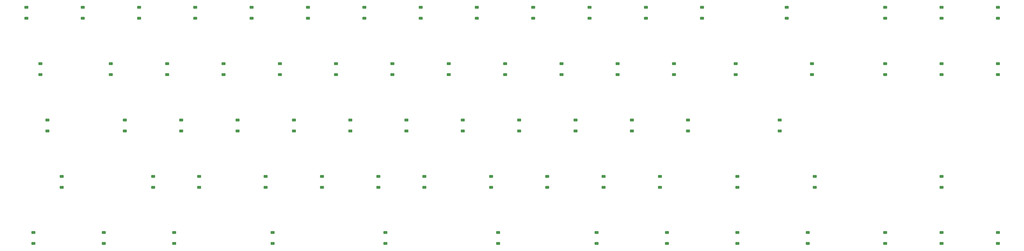
<source format=gbr>
%TF.GenerationSoftware,KiCad,Pcbnew,8.0.1*%
%TF.CreationDate,2024-07-20T19:57:27+09:00*%
%TF.ProjectId,lowd75,6c6f7764-3735-42e6-9b69-6361645f7063,rev?*%
%TF.SameCoordinates,Original*%
%TF.FileFunction,Paste,Bot*%
%TF.FilePolarity,Positive*%
%FSLAX46Y46*%
G04 Gerber Fmt 4.6, Leading zero omitted, Abs format (unit mm)*
G04 Created by KiCad (PCBNEW 8.0.1) date 2024-07-20 19:57:27*
%MOMM*%
%LPD*%
G01*
G04 APERTURE LIST*
G04 Aperture macros list*
%AMRoundRect*
0 Rectangle with rounded corners*
0 $1 Rounding radius*
0 $2 $3 $4 $5 $6 $7 $8 $9 X,Y pos of 4 corners*
0 Add a 4 corners polygon primitive as box body*
4,1,4,$2,$3,$4,$5,$6,$7,$8,$9,$2,$3,0*
0 Add four circle primitives for the rounded corners*
1,1,$1+$1,$2,$3*
1,1,$1+$1,$4,$5*
1,1,$1+$1,$6,$7*
1,1,$1+$1,$8,$9*
0 Add four rect primitives between the rounded corners*
20,1,$1+$1,$2,$3,$4,$5,0*
20,1,$1+$1,$4,$5,$6,$7,0*
20,1,$1+$1,$6,$7,$8,$9,0*
20,1,$1+$1,$8,$9,$2,$3,0*%
G04 Aperture macros list end*
%ADD10RoundRect,0.225000X0.375000X-0.225000X0.375000X0.225000X-0.375000X0.225000X-0.375000X-0.225000X0*%
G04 APERTURE END LIST*
D10*
%TO.C,D2*%
X542525000Y-147175000D03*
X542525000Y-143875000D03*
%TD*%
%TO.C,D39*%
X606275000Y-181175000D03*
X606275000Y-177875000D03*
%TD*%
%TO.C,D23*%
X619025000Y-164175000D03*
X619025000Y-160875000D03*
%TD*%
%TO.C,D30*%
X739675000Y-164175000D03*
X739675000Y-160875000D03*
%TD*%
%TO.C,D55*%
X665775000Y-198175000D03*
X665775000Y-194875000D03*
%TD*%
%TO.C,D59*%
X740150000Y-198175000D03*
X740150000Y-194875000D03*
%TD*%
%TO.C,D49*%
X563775000Y-198175000D03*
X563775000Y-194875000D03*
%TD*%
%TO.C,D64*%
X570150000Y-215175000D03*
X570150000Y-211875000D03*
%TD*%
%TO.C,D8*%
X644525000Y-147175000D03*
X644525000Y-143875000D03*
%TD*%
%TO.C,D34*%
X818775000Y-164175000D03*
X818775000Y-160875000D03*
%TD*%
%TO.C,D45*%
X708275000Y-181175000D03*
X708275000Y-177875000D03*
%TD*%
%TO.C,D35*%
X531900000Y-181175000D03*
X531900000Y-177875000D03*
%TD*%
%TO.C,D53*%
X631775000Y-198175000D03*
X631775000Y-194875000D03*
%TD*%
%TO.C,D43*%
X674275000Y-181175000D03*
X674275000Y-177875000D03*
%TD*%
%TO.C,D72*%
X784775000Y-215175000D03*
X784775000Y-211875000D03*
%TD*%
%TO.C,D14*%
X755025000Y-147175000D03*
X755025000Y-143875000D03*
%TD*%
%TO.C,D44*%
X691275000Y-181175000D03*
X691275000Y-177875000D03*
%TD*%
%TO.C,D12*%
X712525000Y-147175000D03*
X712525000Y-143875000D03*
%TD*%
%TO.C,D33*%
X801775000Y-164175000D03*
X801775000Y-160875000D03*
%TD*%
%TO.C,D54*%
X645675000Y-198175000D03*
X645675000Y-194875000D03*
%TD*%
%TO.C,D48*%
X536150000Y-198175000D03*
X536150000Y-194875000D03*
%TD*%
%TO.C,D32*%
X784775000Y-164175000D03*
X784775000Y-160875000D03*
%TD*%
%TO.C,D58*%
X716775000Y-198175000D03*
X716775000Y-194875000D03*
%TD*%
%TO.C,D36*%
X555275000Y-181175000D03*
X555275000Y-177875000D03*
%TD*%
%TO.C,D41*%
X640275000Y-181175000D03*
X640275000Y-177875000D03*
%TD*%
%TO.C,D51*%
X597775000Y-198175000D03*
X597775000Y-194875000D03*
%TD*%
%TO.C,D22*%
X602025000Y-164175000D03*
X602025000Y-160875000D03*
%TD*%
%TO.C,D3*%
X559525000Y-147175000D03*
X559525000Y-143875000D03*
%TD*%
%TO.C,D46*%
X725275000Y-181175000D03*
X725275000Y-177875000D03*
%TD*%
%TO.C,D40*%
X623275000Y-181175000D03*
X623275000Y-177875000D03*
%TD*%
%TO.C,D56*%
X682775000Y-198175000D03*
X682775000Y-194875000D03*
%TD*%
%TO.C,D73*%
X801775000Y-215175000D03*
X801775000Y-211875000D03*
%TD*%
%TO.C,D25*%
X653025000Y-164175000D03*
X653025000Y-160875000D03*
%TD*%
%TO.C,D5*%
X593525000Y-147175000D03*
X593525000Y-143875000D03*
%TD*%
%TO.C,D27*%
X687025000Y-164175000D03*
X687025000Y-160875000D03*
%TD*%
%TO.C,D18*%
X529775000Y-164175000D03*
X529775000Y-160875000D03*
%TD*%
%TO.C,D4*%
X576525000Y-147175000D03*
X576525000Y-143875000D03*
%TD*%
%TO.C,D70*%
X740150000Y-215175000D03*
X740150000Y-211875000D03*
%TD*%
%TO.C,D52*%
X614775000Y-198175000D03*
X614775000Y-194875000D03*
%TD*%
%TO.C,D37*%
X572275000Y-181175000D03*
X572275000Y-177875000D03*
%TD*%
%TO.C,D13*%
X729525000Y-147175000D03*
X729525000Y-143875000D03*
%TD*%
%TO.C,D69*%
X718900000Y-215175000D03*
X718900000Y-211875000D03*
%TD*%
%TO.C,D38*%
X589275000Y-181175000D03*
X589275000Y-177875000D03*
%TD*%
%TO.C,D21*%
X585025000Y-164175000D03*
X585025000Y-160875000D03*
%TD*%
%TO.C,D71*%
X761400000Y-215175000D03*
X761400000Y-211875000D03*
%TD*%
%TO.C,D65*%
X599900000Y-215175000D03*
X599900000Y-211875000D03*
%TD*%
%TO.C,D67*%
X667900000Y-215175000D03*
X667900000Y-211875000D03*
%TD*%
%TO.C,D15*%
X784775000Y-147175000D03*
X784775000Y-143875000D03*
%TD*%
%TO.C,D10*%
X678525000Y-147175000D03*
X678525000Y-143875000D03*
%TD*%
%TO.C,D6*%
X610525000Y-147175000D03*
X610525000Y-143875000D03*
%TD*%
%TO.C,D60*%
X763525000Y-198175000D03*
X763525000Y-194875000D03*
%TD*%
%TO.C,D11*%
X695525000Y-147175000D03*
X695525000Y-143875000D03*
%TD*%
%TO.C,D62*%
X527650000Y-215175000D03*
X527650000Y-211875000D03*
%TD*%
%TO.C,D50*%
X577675000Y-198175000D03*
X577675000Y-194875000D03*
%TD*%
%TO.C,D42*%
X657275000Y-181175000D03*
X657275000Y-177875000D03*
%TD*%
%TO.C,D47*%
X752900000Y-181175000D03*
X752900000Y-177875000D03*
%TD*%
%TO.C,D1*%
X525525000Y-147175000D03*
X525525000Y-143875000D03*
%TD*%
%TO.C,D17*%
X818775000Y-147175000D03*
X818775000Y-143875000D03*
%TD*%
%TO.C,D20*%
X568025000Y-164175000D03*
X568025000Y-160875000D03*
%TD*%
%TO.C,D31*%
X762675000Y-164175000D03*
X762675000Y-160875000D03*
%TD*%
%TO.C,D26*%
X670025000Y-164175000D03*
X670025000Y-160875000D03*
%TD*%
%TO.C,D7*%
X627525000Y-147175000D03*
X627525000Y-143875000D03*
%TD*%
%TO.C,D74*%
X818775000Y-215175000D03*
X818775000Y-211875000D03*
%TD*%
%TO.C,D28*%
X704025000Y-164175000D03*
X704025000Y-160875000D03*
%TD*%
%TO.C,D19*%
X551025000Y-164175000D03*
X551025000Y-160875000D03*
%TD*%
%TO.C,D66*%
X633900000Y-215175000D03*
X633900000Y-211875000D03*
%TD*%
%TO.C,D9*%
X661525000Y-147175000D03*
X661525000Y-143875000D03*
%TD*%
%TO.C,D68*%
X697650000Y-215175000D03*
X697650000Y-211875000D03*
%TD*%
%TO.C,D57*%
X699775000Y-198175000D03*
X699775000Y-194875000D03*
%TD*%
%TO.C,D63*%
X548900000Y-215175000D03*
X548900000Y-211875000D03*
%TD*%
%TO.C,D24*%
X636025000Y-164175000D03*
X636025000Y-160875000D03*
%TD*%
%TO.C,D16*%
X801775000Y-147175000D03*
X801775000Y-143875000D03*
%TD*%
%TO.C,D29*%
X721025000Y-164175000D03*
X721025000Y-160875000D03*
%TD*%
%TO.C,D61*%
X801775000Y-198175000D03*
X801775000Y-194875000D03*
%TD*%
M02*

</source>
